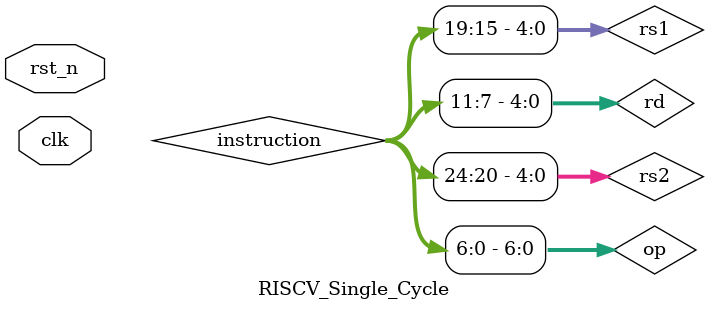
<source format=v>
module RISCV_Single_Cycle (
    input clk, rst_n
);
    wire [31:0] instruction;
    wire [6:0] op;
    wire [2:0] funct3;
    wire [6:0] funct7;
    wire [4:0] rs1, rs2, rd;
    wire [31:0] imm_ext;
    wire [31:0] PC_plus4, PC_branch, next_PC, PC_Out;
    wire [31:0] dataA, dataB, A, B;
    wire [3:0] ALUControl;
    wire [31:0] alu_out;
    wire [31:0] read_data;
    wire [31:0] WB_out;
    wire ALUSrc, ALUSrc_pc, MemWrite, MemRead, RegWrite, Branch, branch_taken, Jump;
    wire [1:0] ResultSrc;
    wire [1:0] ALUOp;
    wire [2:0] imm_sel;

    assign rs1 = instruction[19:15];
    assign rs2 = instruction[24:20];
    assign rd  = instruction[11:7];
    assign funct3 = instruction[14:12];
    assign funct7 = instruction[31:25];
    assign op = instruction[6:0];

    PC PC_inst (
        .clk(clk),
        .rst_n(rst_n),
        .next_PC(next_PC),
        .PC_Out(PC_Out)
    );

    PCAdder PCAdder_inst (
        .PC_in(PC_Out),
        .PC_plus4(PC_plus4)
    );

    BranchAdder BranchAdder_inst (
        .PC_in(PC_Out),
        .imm_ext(imm_ext),
        .PC_branch(PC_branch)
    );

    NextPCSel NextPCSel_inst (
        .PC_plus4(PC_plus4),
        .PC_branch(PC_branch),
        .JALR_target(alu_out),
        .Branch(Branch),
        .Jump(Jump),
        .branch_taken(branch_taken),
        .next_PC(next_PC)
    );

    IMEM IMEM_inst (
        .addr(PC_Out[31:2]),
        .instruction(instruction)
    );

    ControlUnit ControlUnit_inst (
        .op(op),
        .RegWrite(RegWrite),
        .ALUSrc(ALUSrc),
        .ALUSrc_pc(ALUSrc_pc),
        .MemWrite(MemWrite),
        .MemRead(MemRead),
        .ResultSrc(ResultSrc),
        .Branch(Branch),
        .Jump(Jump),
        .ALUOp(ALUOp),
        .imm_sel(imm_sel)
    );

    RegisterFile reg_unit (
        .clk(clk),
        .rst_n(rst_n),
        .addA(rs1),
        .addB(rs2),
        .addD(rd),
        .WB_out(WB_out),
        .RegWrite(RegWrite),
        .dataA(dataA),
        .dataB(dataB)
    );

    ImmGen ImmGen_inst (
        .instruction(instruction),
        .imm_sel(imm_sel),
        .imm_ext(imm_ext)
    );

    ALUControl ALU_Control_inst (
        .ALUOp(ALUOp),
        .funct3(funct3),
        .funct7(funct7),
        .op(op),
        .ALUControl(ALUControl)
    );

    ALU ALU_inst (
        .A(A),
        .B(B),
        .ALUControl(ALUControl),
        .alu_out(alu_out)
    );

    BranchComp BranchComp_inst (
        .op(op),
        .funct3(funct3),
        .rs1_data(dataA),
        .rs2_data(dataB),
        .branch_taken(branch_taken)
    );

    DMEM DMEM_inst (
        .clk(clk),
        .MemWrite(MemWrite),
        .address(alu_out),
        .write_data(dataB),
        .read_data(read_data)
    );

    MUX2 muxALU1 (
        .input0(dataA),
        .input1(PC_Out),
        .select(ALUSrc_pc),
        .out(A)
    );

    MUX2 muxALU2 (
        .input0(dataB),
        .input1(imm_ext),
        .select(ALUSrc),
        .out(B)
    );

    MUX3 muxWB (
        .input0(alu_out),
        .input1(read_data),
        .input2(PC_plus4),
        .select(ResultSrc),
        .out(WB_out)
    );
endmodule
</source>
